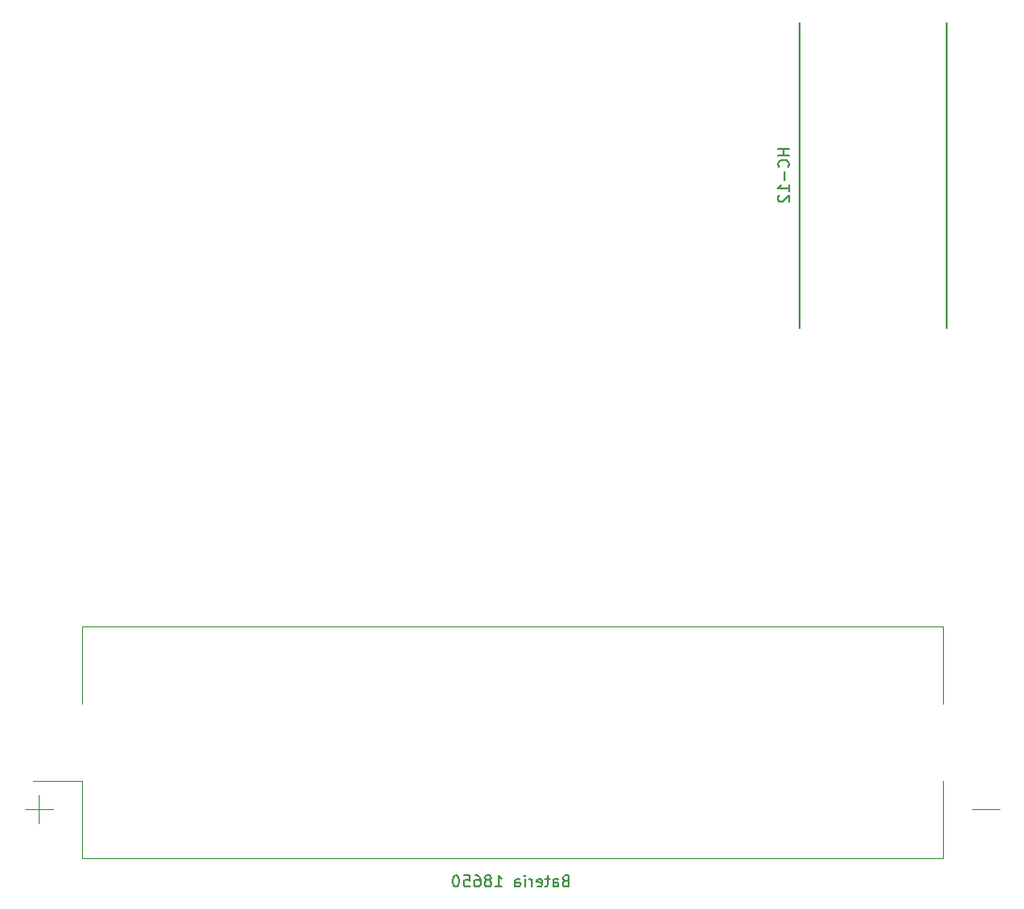
<source format=gbr>
%TF.GenerationSoftware,KiCad,Pcbnew,8.0.4*%
%TF.CreationDate,2024-08-27T12:01:37-05:00*%
%TF.ProjectId,ClonadorDeSe_alesEsp32,436c6f6e-6164-46f7-9244-655365f1616c,rev?*%
%TF.SameCoordinates,Original*%
%TF.FileFunction,Legend,Bot*%
%TF.FilePolarity,Positive*%
%FSLAX46Y46*%
G04 Gerber Fmt 4.6, Leading zero omitted, Abs format (unit mm)*
G04 Created by KiCad (PCBNEW 8.0.4) date 2024-08-27 12:01:37*
%MOMM*%
%LPD*%
G01*
G04 APERTURE LIST*
%ADD10C,0.150000*%
%ADD11C,0.120000*%
%ADD12C,0.127000*%
G04 APERTURE END LIST*
D10*
X133357143Y-138931009D02*
X133214286Y-138978628D01*
X133214286Y-138978628D02*
X133166667Y-139026247D01*
X133166667Y-139026247D02*
X133119048Y-139121485D01*
X133119048Y-139121485D02*
X133119048Y-139264342D01*
X133119048Y-139264342D02*
X133166667Y-139359580D01*
X133166667Y-139359580D02*
X133214286Y-139407200D01*
X133214286Y-139407200D02*
X133309524Y-139454819D01*
X133309524Y-139454819D02*
X133690476Y-139454819D01*
X133690476Y-139454819D02*
X133690476Y-138454819D01*
X133690476Y-138454819D02*
X133357143Y-138454819D01*
X133357143Y-138454819D02*
X133261905Y-138502438D01*
X133261905Y-138502438D02*
X133214286Y-138550057D01*
X133214286Y-138550057D02*
X133166667Y-138645295D01*
X133166667Y-138645295D02*
X133166667Y-138740533D01*
X133166667Y-138740533D02*
X133214286Y-138835771D01*
X133214286Y-138835771D02*
X133261905Y-138883390D01*
X133261905Y-138883390D02*
X133357143Y-138931009D01*
X133357143Y-138931009D02*
X133690476Y-138931009D01*
X132261905Y-139454819D02*
X132261905Y-138931009D01*
X132261905Y-138931009D02*
X132309524Y-138835771D01*
X132309524Y-138835771D02*
X132404762Y-138788152D01*
X132404762Y-138788152D02*
X132595238Y-138788152D01*
X132595238Y-138788152D02*
X132690476Y-138835771D01*
X132261905Y-139407200D02*
X132357143Y-139454819D01*
X132357143Y-139454819D02*
X132595238Y-139454819D01*
X132595238Y-139454819D02*
X132690476Y-139407200D01*
X132690476Y-139407200D02*
X132738095Y-139311961D01*
X132738095Y-139311961D02*
X132738095Y-139216723D01*
X132738095Y-139216723D02*
X132690476Y-139121485D01*
X132690476Y-139121485D02*
X132595238Y-139073866D01*
X132595238Y-139073866D02*
X132357143Y-139073866D01*
X132357143Y-139073866D02*
X132261905Y-139026247D01*
X131928571Y-138788152D02*
X131547619Y-138788152D01*
X131785714Y-138454819D02*
X131785714Y-139311961D01*
X131785714Y-139311961D02*
X131738095Y-139407200D01*
X131738095Y-139407200D02*
X131642857Y-139454819D01*
X131642857Y-139454819D02*
X131547619Y-139454819D01*
X130833333Y-139407200D02*
X130928571Y-139454819D01*
X130928571Y-139454819D02*
X131119047Y-139454819D01*
X131119047Y-139454819D02*
X131214285Y-139407200D01*
X131214285Y-139407200D02*
X131261904Y-139311961D01*
X131261904Y-139311961D02*
X131261904Y-138931009D01*
X131261904Y-138931009D02*
X131214285Y-138835771D01*
X131214285Y-138835771D02*
X131119047Y-138788152D01*
X131119047Y-138788152D02*
X130928571Y-138788152D01*
X130928571Y-138788152D02*
X130833333Y-138835771D01*
X130833333Y-138835771D02*
X130785714Y-138931009D01*
X130785714Y-138931009D02*
X130785714Y-139026247D01*
X130785714Y-139026247D02*
X131261904Y-139121485D01*
X130357142Y-139454819D02*
X130357142Y-138788152D01*
X130357142Y-138978628D02*
X130309523Y-138883390D01*
X130309523Y-138883390D02*
X130261904Y-138835771D01*
X130261904Y-138835771D02*
X130166666Y-138788152D01*
X130166666Y-138788152D02*
X130071428Y-138788152D01*
X129738094Y-139454819D02*
X129738094Y-138788152D01*
X129738094Y-138454819D02*
X129785713Y-138502438D01*
X129785713Y-138502438D02*
X129738094Y-138550057D01*
X129738094Y-138550057D02*
X129690475Y-138502438D01*
X129690475Y-138502438D02*
X129738094Y-138454819D01*
X129738094Y-138454819D02*
X129738094Y-138550057D01*
X128833333Y-139454819D02*
X128833333Y-138931009D01*
X128833333Y-138931009D02*
X128880952Y-138835771D01*
X128880952Y-138835771D02*
X128976190Y-138788152D01*
X128976190Y-138788152D02*
X129166666Y-138788152D01*
X129166666Y-138788152D02*
X129261904Y-138835771D01*
X128833333Y-139407200D02*
X128928571Y-139454819D01*
X128928571Y-139454819D02*
X129166666Y-139454819D01*
X129166666Y-139454819D02*
X129261904Y-139407200D01*
X129261904Y-139407200D02*
X129309523Y-139311961D01*
X129309523Y-139311961D02*
X129309523Y-139216723D01*
X129309523Y-139216723D02*
X129261904Y-139121485D01*
X129261904Y-139121485D02*
X129166666Y-139073866D01*
X129166666Y-139073866D02*
X128928571Y-139073866D01*
X128928571Y-139073866D02*
X128833333Y-139026247D01*
X127071428Y-139454819D02*
X127642856Y-139454819D01*
X127357142Y-139454819D02*
X127357142Y-138454819D01*
X127357142Y-138454819D02*
X127452380Y-138597676D01*
X127452380Y-138597676D02*
X127547618Y-138692914D01*
X127547618Y-138692914D02*
X127642856Y-138740533D01*
X126499999Y-138883390D02*
X126595237Y-138835771D01*
X126595237Y-138835771D02*
X126642856Y-138788152D01*
X126642856Y-138788152D02*
X126690475Y-138692914D01*
X126690475Y-138692914D02*
X126690475Y-138645295D01*
X126690475Y-138645295D02*
X126642856Y-138550057D01*
X126642856Y-138550057D02*
X126595237Y-138502438D01*
X126595237Y-138502438D02*
X126499999Y-138454819D01*
X126499999Y-138454819D02*
X126309523Y-138454819D01*
X126309523Y-138454819D02*
X126214285Y-138502438D01*
X126214285Y-138502438D02*
X126166666Y-138550057D01*
X126166666Y-138550057D02*
X126119047Y-138645295D01*
X126119047Y-138645295D02*
X126119047Y-138692914D01*
X126119047Y-138692914D02*
X126166666Y-138788152D01*
X126166666Y-138788152D02*
X126214285Y-138835771D01*
X126214285Y-138835771D02*
X126309523Y-138883390D01*
X126309523Y-138883390D02*
X126499999Y-138883390D01*
X126499999Y-138883390D02*
X126595237Y-138931009D01*
X126595237Y-138931009D02*
X126642856Y-138978628D01*
X126642856Y-138978628D02*
X126690475Y-139073866D01*
X126690475Y-139073866D02*
X126690475Y-139264342D01*
X126690475Y-139264342D02*
X126642856Y-139359580D01*
X126642856Y-139359580D02*
X126595237Y-139407200D01*
X126595237Y-139407200D02*
X126499999Y-139454819D01*
X126499999Y-139454819D02*
X126309523Y-139454819D01*
X126309523Y-139454819D02*
X126214285Y-139407200D01*
X126214285Y-139407200D02*
X126166666Y-139359580D01*
X126166666Y-139359580D02*
X126119047Y-139264342D01*
X126119047Y-139264342D02*
X126119047Y-139073866D01*
X126119047Y-139073866D02*
X126166666Y-138978628D01*
X126166666Y-138978628D02*
X126214285Y-138931009D01*
X126214285Y-138931009D02*
X126309523Y-138883390D01*
X125261904Y-138454819D02*
X125452380Y-138454819D01*
X125452380Y-138454819D02*
X125547618Y-138502438D01*
X125547618Y-138502438D02*
X125595237Y-138550057D01*
X125595237Y-138550057D02*
X125690475Y-138692914D01*
X125690475Y-138692914D02*
X125738094Y-138883390D01*
X125738094Y-138883390D02*
X125738094Y-139264342D01*
X125738094Y-139264342D02*
X125690475Y-139359580D01*
X125690475Y-139359580D02*
X125642856Y-139407200D01*
X125642856Y-139407200D02*
X125547618Y-139454819D01*
X125547618Y-139454819D02*
X125357142Y-139454819D01*
X125357142Y-139454819D02*
X125261904Y-139407200D01*
X125261904Y-139407200D02*
X125214285Y-139359580D01*
X125214285Y-139359580D02*
X125166666Y-139264342D01*
X125166666Y-139264342D02*
X125166666Y-139026247D01*
X125166666Y-139026247D02*
X125214285Y-138931009D01*
X125214285Y-138931009D02*
X125261904Y-138883390D01*
X125261904Y-138883390D02*
X125357142Y-138835771D01*
X125357142Y-138835771D02*
X125547618Y-138835771D01*
X125547618Y-138835771D02*
X125642856Y-138883390D01*
X125642856Y-138883390D02*
X125690475Y-138931009D01*
X125690475Y-138931009D02*
X125738094Y-139026247D01*
X124261904Y-138454819D02*
X124738094Y-138454819D01*
X124738094Y-138454819D02*
X124785713Y-138931009D01*
X124785713Y-138931009D02*
X124738094Y-138883390D01*
X124738094Y-138883390D02*
X124642856Y-138835771D01*
X124642856Y-138835771D02*
X124404761Y-138835771D01*
X124404761Y-138835771D02*
X124309523Y-138883390D01*
X124309523Y-138883390D02*
X124261904Y-138931009D01*
X124261904Y-138931009D02*
X124214285Y-139026247D01*
X124214285Y-139026247D02*
X124214285Y-139264342D01*
X124214285Y-139264342D02*
X124261904Y-139359580D01*
X124261904Y-139359580D02*
X124309523Y-139407200D01*
X124309523Y-139407200D02*
X124404761Y-139454819D01*
X124404761Y-139454819D02*
X124642856Y-139454819D01*
X124642856Y-139454819D02*
X124738094Y-139407200D01*
X124738094Y-139407200D02*
X124785713Y-139359580D01*
X123595237Y-138454819D02*
X123499999Y-138454819D01*
X123499999Y-138454819D02*
X123404761Y-138502438D01*
X123404761Y-138502438D02*
X123357142Y-138550057D01*
X123357142Y-138550057D02*
X123309523Y-138645295D01*
X123309523Y-138645295D02*
X123261904Y-138835771D01*
X123261904Y-138835771D02*
X123261904Y-139073866D01*
X123261904Y-139073866D02*
X123309523Y-139264342D01*
X123309523Y-139264342D02*
X123357142Y-139359580D01*
X123357142Y-139359580D02*
X123404761Y-139407200D01*
X123404761Y-139407200D02*
X123499999Y-139454819D01*
X123499999Y-139454819D02*
X123595237Y-139454819D01*
X123595237Y-139454819D02*
X123690475Y-139407200D01*
X123690475Y-139407200D02*
X123738094Y-139359580D01*
X123738094Y-139359580D02*
X123785713Y-139264342D01*
X123785713Y-139264342D02*
X123833332Y-139073866D01*
X123833332Y-139073866D02*
X123833332Y-138835771D01*
X123833332Y-138835771D02*
X123785713Y-138645295D01*
X123785713Y-138645295D02*
X123738094Y-138550057D01*
X123738094Y-138550057D02*
X123690475Y-138502438D01*
X123690475Y-138502438D02*
X123595237Y-138454819D01*
X153454819Y-73142857D02*
X152454819Y-73142857D01*
X152931009Y-73142857D02*
X152931009Y-73714285D01*
X153454819Y-73714285D02*
X152454819Y-73714285D01*
X153359580Y-74761904D02*
X153407200Y-74714285D01*
X153407200Y-74714285D02*
X153454819Y-74571428D01*
X153454819Y-74571428D02*
X153454819Y-74476190D01*
X153454819Y-74476190D02*
X153407200Y-74333333D01*
X153407200Y-74333333D02*
X153311961Y-74238095D01*
X153311961Y-74238095D02*
X153216723Y-74190476D01*
X153216723Y-74190476D02*
X153026247Y-74142857D01*
X153026247Y-74142857D02*
X152883390Y-74142857D01*
X152883390Y-74142857D02*
X152692914Y-74190476D01*
X152692914Y-74190476D02*
X152597676Y-74238095D01*
X152597676Y-74238095D02*
X152502438Y-74333333D01*
X152502438Y-74333333D02*
X152454819Y-74476190D01*
X152454819Y-74476190D02*
X152454819Y-74571428D01*
X152454819Y-74571428D02*
X152502438Y-74714285D01*
X152502438Y-74714285D02*
X152550057Y-74761904D01*
X153073866Y-75190476D02*
X153073866Y-75952381D01*
X153454819Y-76952380D02*
X153454819Y-76380952D01*
X153454819Y-76666666D02*
X152454819Y-76666666D01*
X152454819Y-76666666D02*
X152597676Y-76571428D01*
X152597676Y-76571428D02*
X152692914Y-76476190D01*
X152692914Y-76476190D02*
X152740533Y-76380952D01*
X152550057Y-77333333D02*
X152502438Y-77380952D01*
X152502438Y-77380952D02*
X152454819Y-77476190D01*
X152454819Y-77476190D02*
X152454819Y-77714285D01*
X152454819Y-77714285D02*
X152502438Y-77809523D01*
X152502438Y-77809523D02*
X152550057Y-77857142D01*
X152550057Y-77857142D02*
X152645295Y-77904761D01*
X152645295Y-77904761D02*
X152740533Y-77904761D01*
X152740533Y-77904761D02*
X152883390Y-77857142D01*
X152883390Y-77857142D02*
X153454819Y-77285714D01*
X153454819Y-77285714D02*
X153454819Y-77904761D01*
D11*
%TO.C,Bateria 18650*%
X85600000Y-129940000D02*
X89960000Y-129940000D01*
X86100000Y-133750000D02*
X86100000Y-131250000D01*
X87350000Y-132500000D02*
X84850000Y-132500000D01*
X89960000Y-116060000D02*
X167240000Y-116060000D01*
X89960000Y-123060000D02*
X89960000Y-116060000D01*
X89960000Y-129940000D02*
X89960000Y-136940000D01*
X89960000Y-136940000D02*
X167240000Y-136940000D01*
X167240000Y-116060000D02*
X167240000Y-123060000D01*
X167240000Y-136920000D02*
X167240000Y-129940000D01*
X169850000Y-132500000D02*
X172350000Y-132500000D01*
D12*
%TO.C,HC-12*%
X154400000Y-89200000D02*
X154400000Y-61800000D01*
X167600000Y-61800000D02*
X167600000Y-89200000D01*
%TD*%
M02*

</source>
